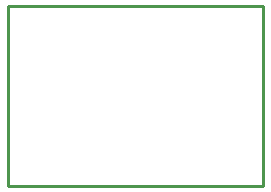
<source format=gbr>
G04 EAGLE Gerber RS-274X export*
G75*
%MOMM*%
%FSLAX34Y34*%
%LPD*%
%IN*%
%IPPOS*%
%AMOC8*
5,1,8,0,0,1.08239X$1,22.5*%
G01*
%ADD10C,0.254000*%


D10*
X0Y0D02*
X215900Y0D01*
X215900Y152400D01*
X0Y152400D01*
X0Y0D01*
M02*

</source>
